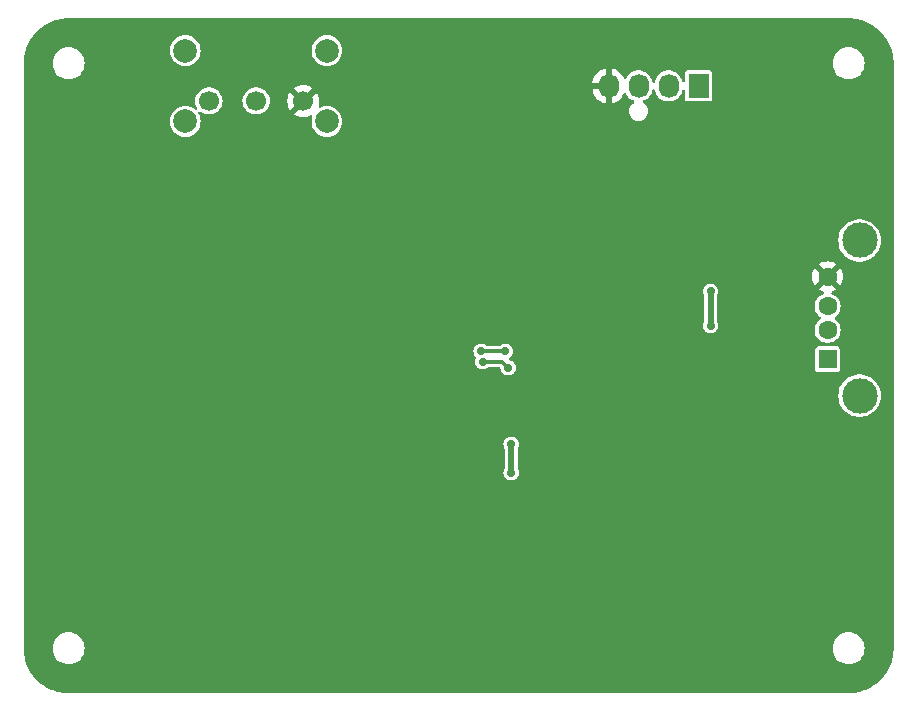
<source format=gbr>
%TF.GenerationSoftware,KiCad,Pcbnew,7.0.10*%
%TF.CreationDate,2024-01-12T17:51:54+01:00*%
%TF.ProjectId,LightDudu4Lila,4c696768-7444-4756-9475-344c696c612e,rev?*%
%TF.SameCoordinates,Original*%
%TF.FileFunction,Copper,L2,Bot*%
%TF.FilePolarity,Positive*%
%FSLAX46Y46*%
G04 Gerber Fmt 4.6, Leading zero omitted, Abs format (unit mm)*
G04 Created by KiCad (PCBNEW 7.0.10) date 2024-01-12 17:51:54*
%MOMM*%
%LPD*%
G01*
G04 APERTURE LIST*
%TA.AperFunction,ComponentPad*%
%ADD10C,2.000000*%
%TD*%
%TA.AperFunction,ComponentPad*%
%ADD11C,1.700000*%
%TD*%
%TA.AperFunction,ComponentPad*%
%ADD12R,1.500000X1.600000*%
%TD*%
%TA.AperFunction,ComponentPad*%
%ADD13C,1.600000*%
%TD*%
%TA.AperFunction,ComponentPad*%
%ADD14C,3.000000*%
%TD*%
%TA.AperFunction,ComponentPad*%
%ADD15R,1.730000X2.030000*%
%TD*%
%TA.AperFunction,ComponentPad*%
%ADD16O,1.730000X2.030000*%
%TD*%
%TA.AperFunction,ViaPad*%
%ADD17C,0.700000*%
%TD*%
%TA.AperFunction,Conductor*%
%ADD18C,0.500000*%
%TD*%
%TA.AperFunction,Conductor*%
%ADD19C,0.300000*%
%TD*%
G04 APERTURE END LIST*
D10*
%TO.P,SW1,*%
%TO.N,*%
X85375000Y-62075000D03*
X85375000Y-56075000D03*
X73375000Y-62075000D03*
X73375000Y-56075000D03*
D11*
%TO.P,SW1,1,A*%
%TO.N,GND*%
X83375000Y-60325000D03*
%TO.P,SW1,2,B*%
%TO.N,/SW_BOOT0*%
X79375000Y-60325000D03*
%TO.P,SW1,3,C*%
%TO.N,+3.3V*%
X75375000Y-60325000D03*
%TD*%
D12*
%TO.P,J1,1,VBUS*%
%TO.N,VBUS*%
X127762000Y-82224000D03*
D13*
%TO.P,J1,2,D-*%
%TO.N,/USB-*%
X127762000Y-79724000D03*
%TO.P,J1,3,D+*%
%TO.N,/USB+*%
X127762000Y-77724000D03*
%TO.P,J1,4,GND*%
%TO.N,GND*%
X127762000Y-75224000D03*
D14*
%TO.P,J1,5,Shield*%
%TO.N,unconnected-(J1-Shield-Pad5)*%
X130472000Y-85294000D03*
X130472000Y-72154000D03*
%TD*%
D15*
%TO.P,J2,1,Pin_1*%
%TO.N,+3.3V*%
X116840000Y-59055000D03*
D16*
%TO.P,J2,2,Pin_2*%
%TO.N,/SWDIO*%
X114300000Y-59055000D03*
%TO.P,J2,3,Pin_3*%
%TO.N,/SWCLK*%
X111760000Y-59055000D03*
%TO.P,J2,4,Pin_4*%
%TO.N,GND*%
X109220000Y-59055000D03*
%TD*%
D17*
%TO.N,+3.3V*%
X117856000Y-76454000D03*
X117856000Y-79375000D03*
X100965000Y-91821000D03*
X100965000Y-89408000D03*
%TO.N,/NRST*%
X98552280Y-82424957D03*
X100711000Y-82931000D03*
%TO.N,GND*%
X109201630Y-76556438D03*
X123190000Y-86487000D03*
X108331000Y-86868000D03*
X121793000Y-72517000D03*
X123190000Y-85344000D03*
X92329000Y-84455000D03*
X123444000Y-87757000D03*
X95631000Y-80518000D03*
X70739000Y-87122000D03*
X124460000Y-87757000D03*
X76200000Y-98679000D03*
X88900000Y-60325000D03*
X104013000Y-76327000D03*
X103505000Y-59055000D03*
X108585000Y-81407000D03*
X73787000Y-75692000D03*
X99695000Y-73914000D03*
X95631000Y-85090000D03*
X106934000Y-98552000D03*
X95885000Y-86106000D03*
X95758000Y-76327000D03*
X127127000Y-91440000D03*
X103759000Y-79883000D03*
X116967000Y-85725000D03*
%TO.N,/SENS_AN_SIGNAL*%
X100457000Y-81534000D03*
X98425000Y-81534000D03*
%TD*%
D18*
%TO.N,+3.3V*%
X100965000Y-91821000D02*
X100965000Y-89408000D01*
X117856000Y-79375000D02*
X117856000Y-76454000D01*
D19*
%TO.N,/NRST*%
X98552280Y-82424957D02*
X100204957Y-82424957D01*
X100204957Y-82424957D02*
X100711000Y-82931000D01*
%TO.N,/SENS_AN_SIGNAL*%
X100457000Y-81534000D02*
X98425000Y-81534000D01*
%TD*%
%TA.AperFunction,Conductor*%
%TO.N,GND*%
G36*
X129543032Y-53340649D02*
G01*
X129545828Y-53340786D01*
X129692663Y-53347999D01*
X129915097Y-53359658D01*
X129926757Y-53360825D01*
X130102923Y-53386957D01*
X130103840Y-53387098D01*
X130297424Y-53417758D01*
X130308111Y-53419938D01*
X130485944Y-53464483D01*
X130487696Y-53464938D01*
X130671842Y-53514279D01*
X130681513Y-53517301D01*
X130856097Y-53579768D01*
X130858743Y-53580748D01*
X131034560Y-53648238D01*
X131043091Y-53651886D01*
X131211811Y-53731685D01*
X131214954Y-53733228D01*
X131381803Y-53818242D01*
X131389239Y-53822359D01*
X131549823Y-53918610D01*
X131553530Y-53920923D01*
X131710016Y-54022546D01*
X131716337Y-54026937D01*
X131866991Y-54138669D01*
X131871161Y-54141901D01*
X132015861Y-54259077D01*
X132021098Y-54263565D01*
X132160185Y-54389626D01*
X132164593Y-54393823D01*
X132296175Y-54525405D01*
X132300372Y-54529813D01*
X132426433Y-54668900D01*
X132430921Y-54674137D01*
X132548097Y-54818837D01*
X132551329Y-54823007D01*
X132663061Y-54973661D01*
X132667458Y-54979991D01*
X132769057Y-55136439D01*
X132771406Y-55140204D01*
X132867634Y-55300751D01*
X132871761Y-55308205D01*
X132956750Y-55475005D01*
X132958341Y-55478245D01*
X133029408Y-55628502D01*
X133038097Y-55646873D01*
X133041766Y-55655453D01*
X133109243Y-55831238D01*
X133110230Y-55833901D01*
X133172697Y-56008485D01*
X133175721Y-56018165D01*
X133225033Y-56202198D01*
X133225542Y-56204162D01*
X133270055Y-56381866D01*
X133272244Y-56392598D01*
X133302874Y-56585991D01*
X133303059Y-56587194D01*
X133329170Y-56763220D01*
X133330342Y-56774925D01*
X133341993Y-56997222D01*
X133342014Y-56997627D01*
X133349351Y-57146967D01*
X133349500Y-57153052D01*
X133349500Y-106676947D01*
X133349351Y-106683032D01*
X133342017Y-106832303D01*
X133341996Y-106832708D01*
X133330342Y-107055073D01*
X133329170Y-107066778D01*
X133303059Y-107242804D01*
X133302874Y-107244007D01*
X133272244Y-107437400D01*
X133270055Y-107448132D01*
X133225542Y-107625836D01*
X133225033Y-107627800D01*
X133175721Y-107811833D01*
X133172697Y-107821513D01*
X133110230Y-107996097D01*
X133109243Y-107998760D01*
X133041766Y-108174545D01*
X133038097Y-108183125D01*
X132958360Y-108351715D01*
X132956750Y-108354993D01*
X132871761Y-108521793D01*
X132867634Y-108529247D01*
X132771406Y-108689794D01*
X132769043Y-108693581D01*
X132667458Y-108850007D01*
X132663061Y-108856337D01*
X132551329Y-109006991D01*
X132548097Y-109011161D01*
X132430921Y-109155861D01*
X132426433Y-109161098D01*
X132300372Y-109300185D01*
X132296175Y-109304593D01*
X132164593Y-109436175D01*
X132160185Y-109440372D01*
X132021098Y-109566433D01*
X132015861Y-109570921D01*
X131871161Y-109688097D01*
X131866991Y-109691329D01*
X131716337Y-109803061D01*
X131710007Y-109807458D01*
X131553581Y-109909043D01*
X131549794Y-109911406D01*
X131389247Y-110007634D01*
X131381793Y-110011761D01*
X131214993Y-110096750D01*
X131211715Y-110098360D01*
X131043125Y-110178097D01*
X131034545Y-110181766D01*
X130858760Y-110249243D01*
X130856097Y-110250230D01*
X130681513Y-110312697D01*
X130671833Y-110315721D01*
X130487800Y-110365033D01*
X130485836Y-110365542D01*
X130308132Y-110410055D01*
X130297400Y-110412244D01*
X130104007Y-110442874D01*
X130102804Y-110443059D01*
X129926778Y-110469170D01*
X129915073Y-110470342D01*
X129692708Y-110481996D01*
X129692303Y-110482017D01*
X129543033Y-110489351D01*
X129536948Y-110489500D01*
X63503052Y-110489500D01*
X63496967Y-110489351D01*
X63347695Y-110482017D01*
X63347290Y-110481996D01*
X63124925Y-110470342D01*
X63113220Y-110469170D01*
X62937194Y-110443059D01*
X62935991Y-110442874D01*
X62742598Y-110412244D01*
X62731866Y-110410055D01*
X62554162Y-110365542D01*
X62552198Y-110365033D01*
X62368165Y-110315721D01*
X62358485Y-110312697D01*
X62183901Y-110250230D01*
X62181238Y-110249243D01*
X62005453Y-110181766D01*
X61996883Y-110178101D01*
X61828245Y-110098341D01*
X61825005Y-110096750D01*
X61658205Y-110011761D01*
X61650751Y-110007634D01*
X61490204Y-109911406D01*
X61486439Y-109909057D01*
X61329991Y-109807458D01*
X61323661Y-109803061D01*
X61173007Y-109691329D01*
X61168837Y-109688097D01*
X61024137Y-109570921D01*
X61018900Y-109566433D01*
X60879813Y-109440372D01*
X60875405Y-109436175D01*
X60743823Y-109304593D01*
X60739626Y-109300185D01*
X60613565Y-109161098D01*
X60609077Y-109155861D01*
X60491901Y-109011161D01*
X60488669Y-109006991D01*
X60376937Y-108856337D01*
X60372540Y-108850007D01*
X60270923Y-108693530D01*
X60268610Y-108689823D01*
X60172359Y-108529239D01*
X60168237Y-108521793D01*
X60083228Y-108354954D01*
X60081685Y-108351811D01*
X60001886Y-108183091D01*
X59998238Y-108174560D01*
X59930748Y-107998743D01*
X59929768Y-107996097D01*
X59867301Y-107821513D01*
X59864277Y-107811833D01*
X59839267Y-107718494D01*
X59814938Y-107627696D01*
X59814483Y-107625944D01*
X59769938Y-107448111D01*
X59767758Y-107437424D01*
X59737098Y-107243840D01*
X59736957Y-107242923D01*
X59710825Y-107066757D01*
X59709658Y-107055097D01*
X59697999Y-106832663D01*
X59690649Y-106683032D01*
X59690575Y-106680000D01*
X62144341Y-106680000D01*
X62164936Y-106915403D01*
X62164938Y-106915413D01*
X62226094Y-107143655D01*
X62226096Y-107143659D01*
X62226097Y-107143663D01*
X62270923Y-107239791D01*
X62325964Y-107357828D01*
X62325965Y-107357830D01*
X62461505Y-107551402D01*
X62628597Y-107718494D01*
X62822169Y-107854034D01*
X62822171Y-107854035D01*
X63036337Y-107953903D01*
X63036343Y-107953904D01*
X63036344Y-107953905D01*
X63091285Y-107968626D01*
X63264592Y-108015063D01*
X63441032Y-108030499D01*
X63441033Y-108030500D01*
X63441034Y-108030500D01*
X63558967Y-108030500D01*
X63558967Y-108030499D01*
X63735408Y-108015063D01*
X63963663Y-107953903D01*
X64177829Y-107854035D01*
X64371401Y-107718495D01*
X64538495Y-107551401D01*
X64674035Y-107357830D01*
X64773903Y-107143663D01*
X64835063Y-106915408D01*
X64855659Y-106680000D01*
X128184341Y-106680000D01*
X128204936Y-106915403D01*
X128204938Y-106915413D01*
X128266094Y-107143655D01*
X128266096Y-107143659D01*
X128266097Y-107143663D01*
X128310923Y-107239791D01*
X128365964Y-107357828D01*
X128365965Y-107357830D01*
X128501505Y-107551402D01*
X128668597Y-107718494D01*
X128862169Y-107854034D01*
X128862171Y-107854035D01*
X129076337Y-107953903D01*
X129076343Y-107953904D01*
X129076344Y-107953905D01*
X129131285Y-107968626D01*
X129304592Y-108015063D01*
X129481032Y-108030499D01*
X129481033Y-108030500D01*
X129481034Y-108030500D01*
X129598967Y-108030500D01*
X129598967Y-108030499D01*
X129775408Y-108015063D01*
X130003663Y-107953903D01*
X130217829Y-107854035D01*
X130411401Y-107718495D01*
X130578495Y-107551401D01*
X130714035Y-107357830D01*
X130813903Y-107143663D01*
X130875063Y-106915408D01*
X130895659Y-106680000D01*
X130875063Y-106444592D01*
X130813903Y-106216337D01*
X130714035Y-106002171D01*
X130714034Y-106002169D01*
X130578494Y-105808597D01*
X130411402Y-105641505D01*
X130217830Y-105505965D01*
X130217828Y-105505964D01*
X130110746Y-105456031D01*
X130003663Y-105406097D01*
X130003659Y-105406096D01*
X130003655Y-105406094D01*
X129775413Y-105344938D01*
X129775403Y-105344936D01*
X129598967Y-105329500D01*
X129598966Y-105329500D01*
X129481034Y-105329500D01*
X129481033Y-105329500D01*
X129304596Y-105344936D01*
X129304586Y-105344938D01*
X129076344Y-105406094D01*
X129076335Y-105406098D01*
X128862171Y-105505964D01*
X128862169Y-105505965D01*
X128668597Y-105641505D01*
X128501506Y-105808597D01*
X128501501Y-105808604D01*
X128365967Y-106002165D01*
X128365965Y-106002169D01*
X128266098Y-106216335D01*
X128266094Y-106216344D01*
X128204938Y-106444586D01*
X128204936Y-106444596D01*
X128184341Y-106679999D01*
X128184341Y-106680000D01*
X64855659Y-106680000D01*
X64835063Y-106444592D01*
X64773903Y-106216337D01*
X64674035Y-106002171D01*
X64674034Y-106002169D01*
X64538494Y-105808597D01*
X64371402Y-105641505D01*
X64177830Y-105505965D01*
X64177828Y-105505964D01*
X64070746Y-105456031D01*
X63963663Y-105406097D01*
X63963659Y-105406096D01*
X63963655Y-105406094D01*
X63735413Y-105344938D01*
X63735403Y-105344936D01*
X63558967Y-105329500D01*
X63558966Y-105329500D01*
X63441034Y-105329500D01*
X63441033Y-105329500D01*
X63264596Y-105344936D01*
X63264586Y-105344938D01*
X63036344Y-105406094D01*
X63036335Y-105406098D01*
X62822171Y-105505964D01*
X62822169Y-105505965D01*
X62628597Y-105641505D01*
X62461506Y-105808597D01*
X62461501Y-105808604D01*
X62325967Y-106002165D01*
X62325965Y-106002169D01*
X62226098Y-106216335D01*
X62226094Y-106216344D01*
X62164938Y-106444586D01*
X62164936Y-106444596D01*
X62144341Y-106679999D01*
X62144341Y-106680000D01*
X59690575Y-106680000D01*
X59690500Y-106676949D01*
X59690500Y-91821000D01*
X100309722Y-91821000D01*
X100328762Y-91977818D01*
X100384780Y-92125523D01*
X100474517Y-92255530D01*
X100592760Y-92360283D01*
X100592762Y-92360284D01*
X100732634Y-92433696D01*
X100886014Y-92471500D01*
X100886015Y-92471500D01*
X101043985Y-92471500D01*
X101197365Y-92433696D01*
X101337240Y-92360283D01*
X101455483Y-92255530D01*
X101545220Y-92125523D01*
X101601237Y-91977818D01*
X101620278Y-91821000D01*
X101601237Y-91664182D01*
X101545220Y-91516477D01*
X101537448Y-91505217D01*
X101515567Y-91438862D01*
X101515500Y-91434780D01*
X101515500Y-89794219D01*
X101535185Y-89727180D01*
X101537434Y-89723802D01*
X101545220Y-89712523D01*
X101601237Y-89564818D01*
X101620278Y-89408000D01*
X101601237Y-89251182D01*
X101545220Y-89103477D01*
X101455483Y-88973470D01*
X101337240Y-88868717D01*
X101337238Y-88868716D01*
X101337237Y-88868715D01*
X101197365Y-88795303D01*
X101043986Y-88757500D01*
X101043985Y-88757500D01*
X100886015Y-88757500D01*
X100886014Y-88757500D01*
X100732634Y-88795303D01*
X100592762Y-88868715D01*
X100474516Y-88973471D01*
X100384781Y-89103475D01*
X100384780Y-89103476D01*
X100328762Y-89251181D01*
X100309722Y-89407999D01*
X100309722Y-89408000D01*
X100328762Y-89564818D01*
X100384780Y-89712523D01*
X100392548Y-89723777D01*
X100414433Y-89790130D01*
X100414500Y-89794219D01*
X100414500Y-91434780D01*
X100394815Y-91501819D01*
X100392552Y-91505217D01*
X100384780Y-91516476D01*
X100328762Y-91664181D01*
X100309722Y-91820999D01*
X100309722Y-91821000D01*
X59690500Y-91821000D01*
X59690500Y-85294004D01*
X128666451Y-85294004D01*
X128686616Y-85563101D01*
X128746664Y-85826188D01*
X128746666Y-85826195D01*
X128845257Y-86077398D01*
X128980185Y-86311102D01*
X129116080Y-86481509D01*
X129148442Y-86522089D01*
X129335183Y-86695358D01*
X129346259Y-86705635D01*
X129569226Y-86857651D01*
X129812359Y-86974738D01*
X130070228Y-87054280D01*
X130070229Y-87054280D01*
X130070232Y-87054281D01*
X130337063Y-87094499D01*
X130337068Y-87094499D01*
X130337071Y-87094500D01*
X130337072Y-87094500D01*
X130606928Y-87094500D01*
X130606929Y-87094500D01*
X130606936Y-87094499D01*
X130873767Y-87054281D01*
X130873768Y-87054280D01*
X130873772Y-87054280D01*
X131131641Y-86974738D01*
X131374775Y-86857651D01*
X131597741Y-86705635D01*
X131795561Y-86522085D01*
X131963815Y-86311102D01*
X132098743Y-86077398D01*
X132197334Y-85826195D01*
X132257383Y-85563103D01*
X132277549Y-85294000D01*
X132257383Y-85024897D01*
X132197334Y-84761805D01*
X132098743Y-84510602D01*
X131963815Y-84276898D01*
X131795561Y-84065915D01*
X131795560Y-84065914D01*
X131795557Y-84065910D01*
X131597741Y-83882365D01*
X131374775Y-83730349D01*
X131374769Y-83730346D01*
X131374768Y-83730345D01*
X131374767Y-83730344D01*
X131131643Y-83613263D01*
X131131645Y-83613263D01*
X130873773Y-83533720D01*
X130873767Y-83533718D01*
X130606936Y-83493500D01*
X130606929Y-83493500D01*
X130337071Y-83493500D01*
X130337063Y-83493500D01*
X130070232Y-83533718D01*
X130070226Y-83533720D01*
X129812358Y-83613262D01*
X129569230Y-83730346D01*
X129346258Y-83882365D01*
X129148442Y-84065910D01*
X128980185Y-84276898D01*
X128845258Y-84510599D01*
X128845256Y-84510603D01*
X128746666Y-84761804D01*
X128746664Y-84761811D01*
X128686616Y-85024898D01*
X128666451Y-85293995D01*
X128666451Y-85294004D01*
X59690500Y-85294004D01*
X59690500Y-81534000D01*
X97769722Y-81534000D01*
X97788762Y-81690818D01*
X97844780Y-81838523D01*
X97934517Y-81968530D01*
X97941849Y-81975026D01*
X97978975Y-82034214D01*
X97978208Y-82104080D01*
X97974417Y-82113306D01*
X97974720Y-82113421D01*
X97916042Y-82268138D01*
X97897002Y-82424956D01*
X97897002Y-82424957D01*
X97916042Y-82581775D01*
X97972060Y-82729480D01*
X98061797Y-82859487D01*
X98180040Y-82964240D01*
X98180042Y-82964241D01*
X98319914Y-83037653D01*
X98473294Y-83075457D01*
X98473295Y-83075457D01*
X98631265Y-83075457D01*
X98784645Y-83037653D01*
X98924520Y-82964240D01*
X98989536Y-82906640D01*
X99052770Y-82876920D01*
X99071763Y-82875457D01*
X99939123Y-82875457D01*
X100006162Y-82895142D01*
X100051917Y-82947946D01*
X100062219Y-82984510D01*
X100074763Y-83087819D01*
X100077104Y-83093991D01*
X100130780Y-83235523D01*
X100220517Y-83365530D01*
X100338760Y-83470283D01*
X100338762Y-83470284D01*
X100478634Y-83543696D01*
X100632014Y-83581500D01*
X100632015Y-83581500D01*
X100789985Y-83581500D01*
X100943365Y-83543696D01*
X101039004Y-83493500D01*
X101083240Y-83470283D01*
X101201483Y-83365530D01*
X101291220Y-83235523D01*
X101347237Y-83087818D01*
X101349539Y-83068856D01*
X126711500Y-83068856D01*
X126711502Y-83068882D01*
X126714413Y-83093987D01*
X126714415Y-83093991D01*
X126759793Y-83196764D01*
X126759794Y-83196765D01*
X126839235Y-83276206D01*
X126942009Y-83321585D01*
X126967135Y-83324500D01*
X128556864Y-83324499D01*
X128556879Y-83324497D01*
X128556882Y-83324497D01*
X128581987Y-83321586D01*
X128581988Y-83321585D01*
X128581991Y-83321585D01*
X128684765Y-83276206D01*
X128764206Y-83196765D01*
X128809585Y-83093991D01*
X128812500Y-83068865D01*
X128812499Y-81379136D01*
X128812497Y-81379117D01*
X128809586Y-81354012D01*
X128809585Y-81354010D01*
X128809585Y-81354009D01*
X128764206Y-81251235D01*
X128684765Y-81171794D01*
X128684763Y-81171793D01*
X128581992Y-81126415D01*
X128556865Y-81123500D01*
X126967143Y-81123500D01*
X126967117Y-81123502D01*
X126942012Y-81126413D01*
X126942008Y-81126415D01*
X126839235Y-81171793D01*
X126759794Y-81251234D01*
X126714415Y-81354006D01*
X126714415Y-81354008D01*
X126711500Y-81379131D01*
X126711500Y-83068856D01*
X101349539Y-83068856D01*
X101366278Y-82931000D01*
X101347237Y-82774182D01*
X101291220Y-82626477D01*
X101201483Y-82496470D01*
X101083240Y-82391717D01*
X101083238Y-82391716D01*
X101083237Y-82391715D01*
X100943366Y-82318304D01*
X100865208Y-82299040D01*
X100804827Y-82263884D01*
X100773039Y-82201664D01*
X100779935Y-82132136D01*
X100823326Y-82077373D01*
X100824450Y-82076588D01*
X100829226Y-82073290D01*
X100829240Y-82073283D01*
X100947483Y-81968530D01*
X101037220Y-81838523D01*
X101093237Y-81690818D01*
X101112278Y-81534000D01*
X101093237Y-81377182D01*
X101084448Y-81354008D01*
X101071992Y-81321164D01*
X101037220Y-81229477D01*
X100947483Y-81099470D01*
X100829240Y-80994717D01*
X100829238Y-80994716D01*
X100829237Y-80994715D01*
X100689365Y-80921303D01*
X100535986Y-80883500D01*
X100535985Y-80883500D01*
X100378015Y-80883500D01*
X100378014Y-80883500D01*
X100224634Y-80921303D01*
X100084762Y-80994715D01*
X100019744Y-81052316D01*
X99956510Y-81082037D01*
X99937517Y-81083500D01*
X98944483Y-81083500D01*
X98877444Y-81063815D01*
X98862256Y-81052316D01*
X98797240Y-80994717D01*
X98797238Y-80994716D01*
X98797237Y-80994715D01*
X98657365Y-80921303D01*
X98503986Y-80883500D01*
X98503985Y-80883500D01*
X98346015Y-80883500D01*
X98346014Y-80883500D01*
X98192634Y-80921303D01*
X98052762Y-80994715D01*
X97934516Y-81099471D01*
X97844781Y-81229475D01*
X97844780Y-81229476D01*
X97788762Y-81377181D01*
X97769722Y-81533999D01*
X97769722Y-81534000D01*
X59690500Y-81534000D01*
X59690500Y-79375000D01*
X117200722Y-79375000D01*
X117219762Y-79531818D01*
X117275780Y-79679523D01*
X117365517Y-79809530D01*
X117483760Y-79914283D01*
X117483762Y-79914284D01*
X117623634Y-79987696D01*
X117777014Y-80025500D01*
X117777015Y-80025500D01*
X117934985Y-80025500D01*
X118088365Y-79987696D01*
X118228240Y-79914283D01*
X118346483Y-79809530D01*
X118436220Y-79679523D01*
X118492237Y-79531818D01*
X118511278Y-79375000D01*
X118492237Y-79218182D01*
X118436220Y-79070477D01*
X118428448Y-79059217D01*
X118406567Y-78992862D01*
X118406500Y-78988780D01*
X118406500Y-76840219D01*
X118426185Y-76773180D01*
X118428434Y-76769802D01*
X118436220Y-76758523D01*
X118492237Y-76610818D01*
X118511278Y-76454000D01*
X118499153Y-76354136D01*
X118492237Y-76297181D01*
X118470992Y-76241164D01*
X118436220Y-76149477D01*
X118346483Y-76019470D01*
X118228240Y-75914717D01*
X118228238Y-75914716D01*
X118228237Y-75914715D01*
X118088365Y-75841303D01*
X117934986Y-75803500D01*
X117934985Y-75803500D01*
X117777015Y-75803500D01*
X117777014Y-75803500D01*
X117623634Y-75841303D01*
X117483762Y-75914715D01*
X117365516Y-76019471D01*
X117275781Y-76149475D01*
X117275780Y-76149476D01*
X117219762Y-76297181D01*
X117200722Y-76453999D01*
X117200722Y-76454000D01*
X117219762Y-76610818D01*
X117266727Y-76734652D01*
X117275780Y-76758523D01*
X117283548Y-76769777D01*
X117305433Y-76836130D01*
X117305500Y-76840219D01*
X117305500Y-78988780D01*
X117285815Y-79055819D01*
X117283552Y-79059217D01*
X117275780Y-79070476D01*
X117219762Y-79218181D01*
X117200722Y-79374999D01*
X117200722Y-79375000D01*
X59690500Y-79375000D01*
X59690500Y-75224002D01*
X126457034Y-75224002D01*
X126476858Y-75450599D01*
X126476860Y-75450610D01*
X126535730Y-75670317D01*
X126535735Y-75670331D01*
X126631863Y-75876478D01*
X126682974Y-75949472D01*
X127299064Y-75333382D01*
X127325481Y-75423351D01*
X127399327Y-75538258D01*
X127502555Y-75627705D01*
X127626801Y-75684446D01*
X127651548Y-75688004D01*
X127036526Y-76303025D01*
X127109513Y-76354132D01*
X127109521Y-76354136D01*
X127315668Y-76450264D01*
X127315682Y-76450269D01*
X127355533Y-76460947D01*
X127415193Y-76497312D01*
X127445723Y-76560158D01*
X127437429Y-76629534D01*
X127392944Y-76683412D01*
X127368234Y-76696348D01*
X127269373Y-76734647D01*
X127269357Y-76734655D01*
X127095960Y-76842017D01*
X127095958Y-76842019D01*
X126945237Y-76979418D01*
X126822327Y-77142178D01*
X126731422Y-77324739D01*
X126731417Y-77324752D01*
X126675602Y-77520917D01*
X126656785Y-77723999D01*
X126656785Y-77724000D01*
X126675602Y-77927082D01*
X126731417Y-78123247D01*
X126731422Y-78123260D01*
X126822327Y-78305821D01*
X126945237Y-78468581D01*
X127074898Y-78586782D01*
X127095959Y-78605981D01*
X127116294Y-78618572D01*
X127116296Y-78618573D01*
X127162931Y-78670601D01*
X127174035Y-78739583D01*
X127146082Y-78803617D01*
X127116296Y-78829427D01*
X127095957Y-78842020D01*
X126945237Y-78979418D01*
X126822327Y-79142178D01*
X126731422Y-79324739D01*
X126731417Y-79324752D01*
X126675602Y-79520917D01*
X126656785Y-79723999D01*
X126656785Y-79724000D01*
X126675602Y-79927082D01*
X126731417Y-80123247D01*
X126731422Y-80123260D01*
X126822327Y-80305821D01*
X126945237Y-80468581D01*
X127095958Y-80605980D01*
X127095960Y-80605982D01*
X127195141Y-80667392D01*
X127269363Y-80713348D01*
X127459544Y-80787024D01*
X127660024Y-80824500D01*
X127660026Y-80824500D01*
X127863974Y-80824500D01*
X127863976Y-80824500D01*
X128064456Y-80787024D01*
X128254637Y-80713348D01*
X128428041Y-80605981D01*
X128578764Y-80468579D01*
X128701673Y-80305821D01*
X128792582Y-80123250D01*
X128848397Y-79927083D01*
X128867215Y-79724000D01*
X128848397Y-79520917D01*
X128792582Y-79324750D01*
X128701673Y-79142179D01*
X128578764Y-78979421D01*
X128578762Y-78979418D01*
X128428042Y-78842019D01*
X128416723Y-78835011D01*
X128407704Y-78829426D01*
X128361069Y-78777401D01*
X128349964Y-78708419D01*
X128377916Y-78644385D01*
X128407703Y-78618573D01*
X128428041Y-78605981D01*
X128578764Y-78468579D01*
X128701673Y-78305821D01*
X128792582Y-78123250D01*
X128848397Y-77927083D01*
X128867215Y-77724000D01*
X128848397Y-77520917D01*
X128792582Y-77324750D01*
X128701673Y-77142179D01*
X128578764Y-76979421D01*
X128578762Y-76979418D01*
X128428041Y-76842019D01*
X128428039Y-76842017D01*
X128254642Y-76734655D01*
X128254635Y-76734651D01*
X128155765Y-76696349D01*
X128100363Y-76653776D01*
X128076773Y-76588009D01*
X128092484Y-76519928D01*
X128142508Y-76471150D01*
X128168467Y-76460947D01*
X128208315Y-76450270D01*
X128208331Y-76450264D01*
X128414478Y-76354136D01*
X128487471Y-76303024D01*
X127872451Y-75688004D01*
X127897199Y-75684446D01*
X128021445Y-75627705D01*
X128124673Y-75538258D01*
X128198519Y-75423351D01*
X128224935Y-75333382D01*
X128841024Y-75949471D01*
X128892136Y-75876478D01*
X128988264Y-75670331D01*
X128988269Y-75670317D01*
X129047139Y-75450610D01*
X129047141Y-75450599D01*
X129066966Y-75224002D01*
X129066966Y-75223997D01*
X129047141Y-74997400D01*
X129047139Y-74997389D01*
X128988269Y-74777682D01*
X128988264Y-74777668D01*
X128892136Y-74571521D01*
X128892132Y-74571513D01*
X128841025Y-74498526D01*
X128224935Y-75114616D01*
X128198519Y-75024649D01*
X128124673Y-74909742D01*
X128021445Y-74820295D01*
X127897199Y-74763554D01*
X127872451Y-74759995D01*
X128487472Y-74144974D01*
X128414478Y-74093863D01*
X128208331Y-73997735D01*
X128208317Y-73997730D01*
X127988610Y-73938860D01*
X127988599Y-73938858D01*
X127762002Y-73919034D01*
X127761998Y-73919034D01*
X127535400Y-73938858D01*
X127535389Y-73938860D01*
X127315682Y-73997730D01*
X127315673Y-73997734D01*
X127109516Y-74093866D01*
X127109512Y-74093868D01*
X127036526Y-74144973D01*
X127036526Y-74144974D01*
X127651548Y-74759995D01*
X127626801Y-74763554D01*
X127502555Y-74820295D01*
X127399327Y-74909742D01*
X127325481Y-75024649D01*
X127299064Y-75114616D01*
X126682974Y-74498526D01*
X126682973Y-74498526D01*
X126631868Y-74571512D01*
X126631866Y-74571516D01*
X126535734Y-74777673D01*
X126535730Y-74777682D01*
X126476860Y-74997389D01*
X126476858Y-74997400D01*
X126457034Y-75223997D01*
X126457034Y-75224002D01*
X59690500Y-75224002D01*
X59690500Y-72154004D01*
X128666451Y-72154004D01*
X128686616Y-72423101D01*
X128746664Y-72686188D01*
X128746666Y-72686195D01*
X128845257Y-72937398D01*
X128980185Y-73171102D01*
X129116080Y-73341509D01*
X129148442Y-73382089D01*
X129335183Y-73555358D01*
X129346259Y-73565635D01*
X129569226Y-73717651D01*
X129812359Y-73834738D01*
X130070228Y-73914280D01*
X130070229Y-73914280D01*
X130070232Y-73914281D01*
X130337063Y-73954499D01*
X130337068Y-73954499D01*
X130337071Y-73954500D01*
X130337072Y-73954500D01*
X130606928Y-73954500D01*
X130606929Y-73954500D01*
X130606936Y-73954499D01*
X130873767Y-73914281D01*
X130873768Y-73914280D01*
X130873772Y-73914280D01*
X131131641Y-73834738D01*
X131374775Y-73717651D01*
X131597741Y-73565635D01*
X131795561Y-73382085D01*
X131963815Y-73171102D01*
X132098743Y-72937398D01*
X132197334Y-72686195D01*
X132257383Y-72423103D01*
X132277549Y-72154000D01*
X132257383Y-71884897D01*
X132197334Y-71621805D01*
X132098743Y-71370602D01*
X131963815Y-71136898D01*
X131795561Y-70925915D01*
X131795560Y-70925914D01*
X131795557Y-70925910D01*
X131597741Y-70742365D01*
X131374775Y-70590349D01*
X131374769Y-70590346D01*
X131374768Y-70590345D01*
X131374767Y-70590344D01*
X131131643Y-70473263D01*
X131131645Y-70473263D01*
X130873773Y-70393720D01*
X130873767Y-70393718D01*
X130606936Y-70353500D01*
X130606929Y-70353500D01*
X130337071Y-70353500D01*
X130337063Y-70353500D01*
X130070232Y-70393718D01*
X130070226Y-70393720D01*
X129812358Y-70473262D01*
X129569230Y-70590346D01*
X129346258Y-70742365D01*
X129148442Y-70925910D01*
X128980185Y-71136898D01*
X128845258Y-71370599D01*
X128845256Y-71370603D01*
X128746666Y-71621804D01*
X128746664Y-71621811D01*
X128686616Y-71884898D01*
X128666451Y-72153995D01*
X128666451Y-72154004D01*
X59690500Y-72154004D01*
X59690500Y-62075001D01*
X72069532Y-62075001D01*
X72089364Y-62301686D01*
X72089366Y-62301697D01*
X72148258Y-62521488D01*
X72148261Y-62521497D01*
X72244431Y-62727732D01*
X72244432Y-62727734D01*
X72374954Y-62914141D01*
X72535858Y-63075045D01*
X72535861Y-63075047D01*
X72722266Y-63205568D01*
X72928504Y-63301739D01*
X73148308Y-63360635D01*
X73310230Y-63374801D01*
X73374998Y-63380468D01*
X73375000Y-63380468D01*
X73375002Y-63380468D01*
X73431673Y-63375509D01*
X73601692Y-63360635D01*
X73821496Y-63301739D01*
X74027734Y-63205568D01*
X74214139Y-63075047D01*
X74375047Y-62914139D01*
X74505568Y-62727734D01*
X74601739Y-62521496D01*
X74660635Y-62301692D01*
X74680468Y-62075000D01*
X74660635Y-61848308D01*
X74601739Y-61628504D01*
X74505568Y-61422266D01*
X74501491Y-61416444D01*
X74479166Y-61350242D01*
X74496176Y-61282475D01*
X74547124Y-61234661D01*
X74615833Y-61221983D01*
X74673438Y-61244656D01*
X74673824Y-61244034D01*
X74677256Y-61246159D01*
X74677797Y-61246372D01*
X74678693Y-61247049D01*
X74678698Y-61247052D01*
X74859981Y-61359298D01*
X75058802Y-61436321D01*
X75268390Y-61475500D01*
X75268392Y-61475500D01*
X75481608Y-61475500D01*
X75481610Y-61475500D01*
X75691198Y-61436321D01*
X75890019Y-61359298D01*
X76071302Y-61247052D01*
X76228872Y-61103407D01*
X76357366Y-60933255D01*
X76415176Y-60817156D01*
X76452403Y-60742394D01*
X76452403Y-60742393D01*
X76452405Y-60742389D01*
X76510756Y-60537310D01*
X76530429Y-60325000D01*
X78219571Y-60325000D01*
X78239244Y-60537310D01*
X78289158Y-60712738D01*
X78297596Y-60742392D01*
X78297596Y-60742394D01*
X78392632Y-60933253D01*
X78499640Y-61074953D01*
X78521128Y-61103407D01*
X78678698Y-61247052D01*
X78859981Y-61359298D01*
X79058802Y-61436321D01*
X79268390Y-61475500D01*
X79268392Y-61475500D01*
X79481608Y-61475500D01*
X79481610Y-61475500D01*
X79691198Y-61436321D01*
X79890019Y-61359298D01*
X80071302Y-61247052D01*
X80228872Y-61103407D01*
X80357366Y-60933255D01*
X80415176Y-60817156D01*
X80452403Y-60742394D01*
X80452403Y-60742393D01*
X80452405Y-60742389D01*
X80510756Y-60537310D01*
X80530429Y-60325001D01*
X82019843Y-60325001D01*
X82040430Y-60560315D01*
X82040432Y-60560326D01*
X82101566Y-60788483D01*
X82101570Y-60788492D01*
X82201400Y-61002579D01*
X82201402Y-61002583D01*
X82260072Y-61086373D01*
X82260073Y-61086373D01*
X82930550Y-60415896D01*
X82931327Y-60426265D01*
X82980887Y-60552541D01*
X83065465Y-60658599D01*
X83177547Y-60735016D01*
X83285299Y-60768253D01*
X82613625Y-61439925D01*
X82697421Y-61498599D01*
X82911507Y-61598429D01*
X82911516Y-61598433D01*
X83139673Y-61659567D01*
X83139684Y-61659569D01*
X83374998Y-61680157D01*
X83375002Y-61680157D01*
X83610315Y-61659569D01*
X83610326Y-61659567D01*
X83838483Y-61598433D01*
X83838492Y-61598430D01*
X83960696Y-61541445D01*
X84029773Y-61530953D01*
X84093557Y-61559472D01*
X84131797Y-61617949D01*
X84132876Y-61685920D01*
X84089366Y-61848302D01*
X84089364Y-61848313D01*
X84069532Y-62074998D01*
X84069532Y-62075001D01*
X84089364Y-62301686D01*
X84089366Y-62301697D01*
X84148258Y-62521488D01*
X84148261Y-62521497D01*
X84244431Y-62727732D01*
X84244432Y-62727734D01*
X84374954Y-62914141D01*
X84535858Y-63075045D01*
X84535861Y-63075047D01*
X84722266Y-63205568D01*
X84928504Y-63301739D01*
X85148308Y-63360635D01*
X85310230Y-63374801D01*
X85374998Y-63380468D01*
X85375000Y-63380468D01*
X85375002Y-63380468D01*
X85431673Y-63375509D01*
X85601692Y-63360635D01*
X85821496Y-63301739D01*
X86027734Y-63205568D01*
X86214139Y-63075047D01*
X86375047Y-62914139D01*
X86505568Y-62727734D01*
X86601739Y-62521496D01*
X86660635Y-62301692D01*
X86680468Y-62075000D01*
X86660635Y-61848308D01*
X86601739Y-61628504D01*
X86505568Y-61422266D01*
X86375047Y-61235861D01*
X86375045Y-61235858D01*
X86214141Y-61074954D01*
X86027734Y-60944432D01*
X86027732Y-60944431D01*
X85821497Y-60848261D01*
X85821488Y-60848258D01*
X85601697Y-60789366D01*
X85601693Y-60789365D01*
X85601692Y-60789365D01*
X85601691Y-60789364D01*
X85601686Y-60789364D01*
X85375002Y-60769532D01*
X85374998Y-60769532D01*
X85148313Y-60789364D01*
X85148302Y-60789366D01*
X84928511Y-60848258D01*
X84928506Y-60848260D01*
X84831141Y-60893662D01*
X84762063Y-60904153D01*
X84698280Y-60875633D01*
X84660041Y-60817156D01*
X84658962Y-60749185D01*
X84709568Y-60560322D01*
X84709569Y-60560315D01*
X84730157Y-60325001D01*
X84730157Y-60324998D01*
X84709569Y-60089684D01*
X84709567Y-60089673D01*
X84648433Y-59861516D01*
X84648429Y-59861507D01*
X84548600Y-59647423D01*
X84548599Y-59647421D01*
X84489925Y-59563626D01*
X84489925Y-59563625D01*
X83819449Y-60234101D01*
X83818673Y-60223735D01*
X83769113Y-60097459D01*
X83684535Y-59991401D01*
X83572453Y-59914984D01*
X83464700Y-59881747D01*
X84136373Y-59210073D01*
X84136373Y-59210072D01*
X84052583Y-59151402D01*
X84052579Y-59151400D01*
X83838492Y-59051570D01*
X83838483Y-59051566D01*
X83610326Y-58990432D01*
X83610315Y-58990430D01*
X83375002Y-58969843D01*
X83374998Y-58969843D01*
X83139684Y-58990430D01*
X83139673Y-58990432D01*
X82911516Y-59051566D01*
X82911507Y-59051570D01*
X82697419Y-59151401D01*
X82613625Y-59210072D01*
X83286768Y-59883215D01*
X83240862Y-59890135D01*
X83118643Y-59948993D01*
X83019202Y-60041260D01*
X82951375Y-60158740D01*
X82933500Y-60237053D01*
X82260072Y-59563625D01*
X82201401Y-59647419D01*
X82101570Y-59861507D01*
X82101566Y-59861516D01*
X82040432Y-60089673D01*
X82040430Y-60089684D01*
X82019843Y-60324998D01*
X82019843Y-60325001D01*
X80530429Y-60325001D01*
X80530429Y-60325000D01*
X80510756Y-60112690D01*
X80452405Y-59907611D01*
X80452403Y-59907606D01*
X80452403Y-59907605D01*
X80357367Y-59716746D01*
X80228872Y-59546593D01*
X80200689Y-59520901D01*
X80071302Y-59402948D01*
X79890019Y-59290702D01*
X79890017Y-59290701D01*
X79790608Y-59252190D01*
X79691198Y-59213679D01*
X79481610Y-59174500D01*
X79268390Y-59174500D01*
X79058802Y-59213679D01*
X79058799Y-59213679D01*
X79058799Y-59213680D01*
X78859982Y-59290701D01*
X78859980Y-59290702D01*
X78678699Y-59402947D01*
X78521127Y-59546593D01*
X78392632Y-59716746D01*
X78297596Y-59907605D01*
X78297596Y-59907607D01*
X78239244Y-60112689D01*
X78239043Y-60114864D01*
X78219571Y-60325000D01*
X76530429Y-60325000D01*
X76510756Y-60112690D01*
X76452405Y-59907611D01*
X76452403Y-59907606D01*
X76452403Y-59907605D01*
X76357367Y-59716746D01*
X76228872Y-59546593D01*
X76200689Y-59520901D01*
X76071302Y-59402948D01*
X75890019Y-59290702D01*
X75890017Y-59290701D01*
X75790608Y-59252190D01*
X75691198Y-59213679D01*
X75481610Y-59174500D01*
X75268390Y-59174500D01*
X75058802Y-59213679D01*
X75058799Y-59213679D01*
X75058799Y-59213680D01*
X74859982Y-59290701D01*
X74859980Y-59290702D01*
X74678699Y-59402947D01*
X74521127Y-59546593D01*
X74392632Y-59716746D01*
X74297596Y-59907605D01*
X74297596Y-59907607D01*
X74239244Y-60112689D01*
X74239043Y-60114864D01*
X74219571Y-60325000D01*
X74239244Y-60537310D01*
X74297595Y-60742389D01*
X74358884Y-60865476D01*
X74379111Y-60906097D01*
X74391371Y-60974883D01*
X74364497Y-61039377D01*
X74307021Y-61079105D01*
X74237191Y-61081451D01*
X74196987Y-61062943D01*
X74027734Y-60944432D01*
X74027732Y-60944431D01*
X73821497Y-60848261D01*
X73821488Y-60848258D01*
X73601697Y-60789366D01*
X73601693Y-60789365D01*
X73601692Y-60789365D01*
X73601691Y-60789364D01*
X73601686Y-60789364D01*
X73375002Y-60769532D01*
X73374998Y-60769532D01*
X73148313Y-60789364D01*
X73148302Y-60789366D01*
X72928511Y-60848258D01*
X72928502Y-60848261D01*
X72722267Y-60944431D01*
X72722265Y-60944432D01*
X72535858Y-61074954D01*
X72374954Y-61235858D01*
X72244432Y-61422265D01*
X72244431Y-61422267D01*
X72148261Y-61628502D01*
X72148258Y-61628511D01*
X72089366Y-61848302D01*
X72089364Y-61848313D01*
X72069532Y-62074998D01*
X72069532Y-62075001D01*
X59690500Y-62075001D01*
X59690500Y-58805000D01*
X107855000Y-58805000D01*
X108774428Y-58805000D01*
X108751318Y-58840960D01*
X108710000Y-58981673D01*
X108710000Y-59128327D01*
X108751318Y-59269040D01*
X108774428Y-59305000D01*
X107858576Y-59305000D01*
X107869768Y-59436515D01*
X107928318Y-59661379D01*
X108024023Y-59873104D01*
X108024028Y-59873112D01*
X108154142Y-60065621D01*
X108154144Y-60065624D01*
X108314919Y-60233372D01*
X108314920Y-60233373D01*
X108501728Y-60371537D01*
X108709205Y-60476144D01*
X108709211Y-60476147D01*
X108931387Y-60544187D01*
X108970000Y-60549131D01*
X108970000Y-59501494D01*
X109074839Y-59549373D01*
X109183527Y-59565000D01*
X109256473Y-59565000D01*
X109365161Y-59549373D01*
X109470000Y-59501494D01*
X109470000Y-60547459D01*
X109621148Y-60514885D01*
X109621149Y-60514885D01*
X109836746Y-60428251D01*
X110034610Y-60306422D01*
X110209028Y-60152914D01*
X110209030Y-60152912D01*
X110355002Y-59972131D01*
X110468324Y-59769275D01*
X110483177Y-59727239D01*
X110524070Y-59670586D01*
X110589100Y-59645035D01*
X110657621Y-59658698D01*
X110707877Y-59707238D01*
X110711094Y-59713275D01*
X110764827Y-59821185D01*
X110878299Y-59971447D01*
X110894997Y-59993558D01*
X110895001Y-59993562D01*
X111054619Y-60139073D01*
X111054621Y-60139075D01*
X111238262Y-60252780D01*
X111238264Y-60252781D01*
X111238266Y-60252782D01*
X111347260Y-60295006D01*
X111402660Y-60337577D01*
X111426251Y-60403344D01*
X111410540Y-60471424D01*
X111368438Y-60515625D01*
X111257740Y-60585182D01*
X111257737Y-60585184D01*
X111130184Y-60712737D01*
X111034211Y-60865476D01*
X110974631Y-61035745D01*
X110974630Y-61035750D01*
X110954435Y-61214996D01*
X110954435Y-61215003D01*
X110974630Y-61394249D01*
X110974631Y-61394254D01*
X111034211Y-61564523D01*
X111074418Y-61628511D01*
X111130184Y-61717262D01*
X111257738Y-61844816D01*
X111410478Y-61940789D01*
X111580745Y-62000368D01*
X111580750Y-62000369D01*
X111671246Y-62010565D01*
X111715040Y-62015499D01*
X111715043Y-62015500D01*
X111715046Y-62015500D01*
X111804957Y-62015500D01*
X111804958Y-62015499D01*
X111872104Y-62007934D01*
X111939249Y-62000369D01*
X111939252Y-62000368D01*
X111939255Y-62000368D01*
X112109522Y-61940789D01*
X112262262Y-61844816D01*
X112389816Y-61717262D01*
X112485789Y-61564522D01*
X112545368Y-61394255D01*
X112550327Y-61350242D01*
X112565565Y-61215003D01*
X112565565Y-61214996D01*
X112545369Y-61035750D01*
X112545368Y-61035745D01*
X112485788Y-60865476D01*
X112389815Y-60712737D01*
X112262260Y-60585182D01*
X112151561Y-60515625D01*
X112105271Y-60463291D01*
X112094623Y-60394237D01*
X112122998Y-60330389D01*
X112172737Y-60295007D01*
X112281734Y-60252782D01*
X112465380Y-60139074D01*
X112625005Y-59993556D01*
X112755173Y-59821185D01*
X112851452Y-59627831D01*
X112910563Y-59420078D01*
X112910563Y-59420077D01*
X112910734Y-59419477D01*
X112948013Y-59360383D01*
X113011323Y-59330826D01*
X113080562Y-59340188D01*
X113133749Y-59385498D01*
X113149266Y-59419477D01*
X113208546Y-59627826D01*
X113208552Y-59627841D01*
X113252822Y-59716746D01*
X113304827Y-59821185D01*
X113418299Y-59971447D01*
X113434997Y-59993558D01*
X113435001Y-59993562D01*
X113594619Y-60139073D01*
X113594621Y-60139075D01*
X113778262Y-60252780D01*
X113778263Y-60252780D01*
X113778266Y-60252782D01*
X113979679Y-60330810D01*
X114192001Y-60370500D01*
X114192003Y-60370500D01*
X114407997Y-60370500D01*
X114407999Y-60370500D01*
X114620321Y-60330810D01*
X114821734Y-60252782D01*
X115005380Y-60139074D01*
X115165005Y-59993556D01*
X115295173Y-59821185D01*
X115391452Y-59627831D01*
X115431236Y-59488003D01*
X115468513Y-59428916D01*
X115531822Y-59399358D01*
X115601062Y-59408720D01*
X115654248Y-59454029D01*
X115674496Y-59520901D01*
X115674500Y-59521943D01*
X115674500Y-60114856D01*
X115674502Y-60114882D01*
X115677413Y-60139987D01*
X115677415Y-60139991D01*
X115722793Y-60242764D01*
X115722794Y-60242765D01*
X115802235Y-60322206D01*
X115905009Y-60367585D01*
X115930135Y-60370500D01*
X117749864Y-60370499D01*
X117749879Y-60370497D01*
X117749882Y-60370497D01*
X117774987Y-60367586D01*
X117774988Y-60367585D01*
X117774991Y-60367585D01*
X117877765Y-60322206D01*
X117957206Y-60242765D01*
X118002585Y-60139991D01*
X118005500Y-60114865D01*
X118005499Y-57995136D01*
X118005497Y-57995117D01*
X118002586Y-57970012D01*
X118002585Y-57970010D01*
X118002585Y-57970009D01*
X117957206Y-57867235D01*
X117877765Y-57787794D01*
X117858279Y-57779190D01*
X117774992Y-57742415D01*
X117749865Y-57739500D01*
X115930143Y-57739500D01*
X115930117Y-57739502D01*
X115905012Y-57742413D01*
X115905008Y-57742415D01*
X115802235Y-57787793D01*
X115722794Y-57867234D01*
X115677415Y-57970006D01*
X115677415Y-57970008D01*
X115674500Y-57995131D01*
X115674500Y-58588054D01*
X115654815Y-58655093D01*
X115602011Y-58700848D01*
X115532853Y-58710792D01*
X115469297Y-58681767D01*
X115431523Y-58622989D01*
X115431234Y-58621988D01*
X115391453Y-58482173D01*
X115391452Y-58482169D01*
X115383499Y-58466198D01*
X115344523Y-58387924D01*
X115295173Y-58288815D01*
X115165005Y-58116444D01*
X115165002Y-58116441D01*
X115164998Y-58116437D01*
X115005380Y-57970926D01*
X115005378Y-57970924D01*
X114821737Y-57857219D01*
X114821731Y-57857217D01*
X114620321Y-57779190D01*
X114407999Y-57739500D01*
X114192001Y-57739500D01*
X113979679Y-57779190D01*
X113854130Y-57827828D01*
X113778268Y-57857217D01*
X113778262Y-57857219D01*
X113594621Y-57970924D01*
X113594619Y-57970926D01*
X113435001Y-58116437D01*
X113434997Y-58116441D01*
X113304827Y-58288814D01*
X113208552Y-58482158D01*
X113208547Y-58482171D01*
X113149266Y-58690523D01*
X113111987Y-58749616D01*
X113048677Y-58779173D01*
X112979438Y-58769811D01*
X112926251Y-58724501D01*
X112910734Y-58690523D01*
X112873775Y-58560627D01*
X112851452Y-58482169D01*
X112843499Y-58466198D01*
X112804523Y-58387924D01*
X112755173Y-58288815D01*
X112625005Y-58116444D01*
X112625002Y-58116441D01*
X112624998Y-58116437D01*
X112465380Y-57970926D01*
X112465378Y-57970924D01*
X112281737Y-57857219D01*
X112281731Y-57857217D01*
X112080321Y-57779190D01*
X111867999Y-57739500D01*
X111652001Y-57739500D01*
X111439679Y-57779190D01*
X111314130Y-57827828D01*
X111238268Y-57857217D01*
X111238262Y-57857219D01*
X111054621Y-57970924D01*
X111054619Y-57970926D01*
X110895001Y-58116437D01*
X110894997Y-58116441D01*
X110764828Y-58288812D01*
X110710687Y-58397541D01*
X110663183Y-58448777D01*
X110595520Y-58466198D01*
X110529180Y-58444272D01*
X110486695Y-58393344D01*
X110415976Y-58236895D01*
X110415971Y-58236887D01*
X110285857Y-58044378D01*
X110285855Y-58044375D01*
X110125080Y-57876627D01*
X110125079Y-57876626D01*
X109938271Y-57738462D01*
X109730794Y-57633855D01*
X109730788Y-57633852D01*
X109508615Y-57565812D01*
X109470000Y-57560866D01*
X109470000Y-58608505D01*
X109365161Y-58560627D01*
X109256473Y-58545000D01*
X109183527Y-58545000D01*
X109074839Y-58560627D01*
X108970000Y-58608505D01*
X108970000Y-57562539D01*
X108969999Y-57562539D01*
X108818850Y-57595114D01*
X108818849Y-57595114D01*
X108603253Y-57681748D01*
X108405389Y-57803577D01*
X108230971Y-57957085D01*
X108230969Y-57957087D01*
X108084997Y-58137868D01*
X107971675Y-58340722D01*
X107894271Y-58559798D01*
X107894268Y-58559810D01*
X107855000Y-58788812D01*
X107855000Y-58805000D01*
X59690500Y-58805000D01*
X59690500Y-57153050D01*
X59690575Y-57150000D01*
X62144341Y-57150000D01*
X62164936Y-57385403D01*
X62164938Y-57385413D01*
X62226094Y-57613655D01*
X62226096Y-57613659D01*
X62226097Y-57613663D01*
X62235513Y-57633855D01*
X62325964Y-57827828D01*
X62325965Y-57827830D01*
X62461505Y-58021402D01*
X62628597Y-58188494D01*
X62822169Y-58324034D01*
X62822171Y-58324035D01*
X63036337Y-58423903D01*
X63264592Y-58485063D01*
X63441032Y-58500499D01*
X63441033Y-58500500D01*
X63441034Y-58500500D01*
X63558967Y-58500500D01*
X63558967Y-58500499D01*
X63735408Y-58485063D01*
X63963663Y-58423903D01*
X64177829Y-58324035D01*
X64371401Y-58188495D01*
X64538495Y-58021401D01*
X64674035Y-57827830D01*
X64773903Y-57613663D01*
X64835063Y-57385408D01*
X64855659Y-57150000D01*
X64835063Y-56914592D01*
X64773903Y-56686337D01*
X64674035Y-56472171D01*
X64674034Y-56472169D01*
X64538494Y-56278597D01*
X64371402Y-56111505D01*
X64319269Y-56075001D01*
X72069532Y-56075001D01*
X72089364Y-56301686D01*
X72089366Y-56301697D01*
X72148258Y-56521488D01*
X72148261Y-56521497D01*
X72244431Y-56727732D01*
X72244432Y-56727734D01*
X72374954Y-56914141D01*
X72535858Y-57075045D01*
X72535861Y-57075047D01*
X72722266Y-57205568D01*
X72928504Y-57301739D01*
X73148308Y-57360635D01*
X73310230Y-57374801D01*
X73374998Y-57380468D01*
X73375000Y-57380468D01*
X73375002Y-57380468D01*
X73431673Y-57375509D01*
X73601692Y-57360635D01*
X73821496Y-57301739D01*
X74027734Y-57205568D01*
X74214139Y-57075047D01*
X74375047Y-56914139D01*
X74505568Y-56727734D01*
X74601739Y-56521496D01*
X74660635Y-56301692D01*
X74680468Y-56075001D01*
X84069532Y-56075001D01*
X84089364Y-56301686D01*
X84089366Y-56301697D01*
X84148258Y-56521488D01*
X84148261Y-56521497D01*
X84244431Y-56727732D01*
X84244432Y-56727734D01*
X84374954Y-56914141D01*
X84535858Y-57075045D01*
X84535861Y-57075047D01*
X84722266Y-57205568D01*
X84928504Y-57301739D01*
X85148308Y-57360635D01*
X85310230Y-57374801D01*
X85374998Y-57380468D01*
X85375000Y-57380468D01*
X85375002Y-57380468D01*
X85431673Y-57375509D01*
X85601692Y-57360635D01*
X85821496Y-57301739D01*
X86027734Y-57205568D01*
X86107094Y-57150000D01*
X128184341Y-57150000D01*
X128204936Y-57385403D01*
X128204938Y-57385413D01*
X128266094Y-57613655D01*
X128266096Y-57613659D01*
X128266097Y-57613663D01*
X128275513Y-57633855D01*
X128365964Y-57827828D01*
X128365965Y-57827830D01*
X128501505Y-58021402D01*
X128668597Y-58188494D01*
X128862169Y-58324034D01*
X128862171Y-58324035D01*
X129076337Y-58423903D01*
X129304592Y-58485063D01*
X129481032Y-58500499D01*
X129481033Y-58500500D01*
X129481034Y-58500500D01*
X129598967Y-58500500D01*
X129598967Y-58500499D01*
X129775408Y-58485063D01*
X130003663Y-58423903D01*
X130217829Y-58324035D01*
X130411401Y-58188495D01*
X130578495Y-58021401D01*
X130714035Y-57827830D01*
X130813903Y-57613663D01*
X130875063Y-57385408D01*
X130895659Y-57150000D01*
X130875063Y-56914592D01*
X130813903Y-56686337D01*
X130714035Y-56472171D01*
X130714034Y-56472169D01*
X130578494Y-56278597D01*
X130411402Y-56111505D01*
X130217830Y-55975965D01*
X130217828Y-55975964D01*
X130110746Y-55926031D01*
X130003663Y-55876097D01*
X130003659Y-55876096D01*
X130003655Y-55876094D01*
X129775413Y-55814938D01*
X129775403Y-55814936D01*
X129598967Y-55799500D01*
X129598966Y-55799500D01*
X129481034Y-55799500D01*
X129481033Y-55799500D01*
X129304596Y-55814936D01*
X129304586Y-55814938D01*
X129076344Y-55876094D01*
X129076335Y-55876098D01*
X128862171Y-55975964D01*
X128862169Y-55975965D01*
X128668597Y-56111505D01*
X128501506Y-56278597D01*
X128501501Y-56278604D01*
X128365967Y-56472165D01*
X128365965Y-56472169D01*
X128266098Y-56686335D01*
X128266094Y-56686344D01*
X128204938Y-56914586D01*
X128204936Y-56914596D01*
X128184341Y-57149999D01*
X128184341Y-57150000D01*
X86107094Y-57150000D01*
X86214139Y-57075047D01*
X86375047Y-56914139D01*
X86505568Y-56727734D01*
X86601739Y-56521496D01*
X86660635Y-56301692D01*
X86680468Y-56075000D01*
X86660635Y-55848308D01*
X86601739Y-55628504D01*
X86505568Y-55422266D01*
X86375047Y-55235861D01*
X86375045Y-55235858D01*
X86214141Y-55074954D01*
X86027734Y-54944432D01*
X86027732Y-54944431D01*
X85821497Y-54848261D01*
X85821488Y-54848258D01*
X85601697Y-54789366D01*
X85601693Y-54789365D01*
X85601692Y-54789365D01*
X85601691Y-54789364D01*
X85601686Y-54789364D01*
X85375002Y-54769532D01*
X85374998Y-54769532D01*
X85148313Y-54789364D01*
X85148302Y-54789366D01*
X84928511Y-54848258D01*
X84928502Y-54848261D01*
X84722267Y-54944431D01*
X84722265Y-54944432D01*
X84535858Y-55074954D01*
X84374954Y-55235858D01*
X84244432Y-55422265D01*
X84244431Y-55422267D01*
X84148261Y-55628502D01*
X84148258Y-55628511D01*
X84089366Y-55848302D01*
X84089364Y-55848313D01*
X84069532Y-56074998D01*
X84069532Y-56075001D01*
X74680468Y-56075001D01*
X74680468Y-56075000D01*
X74660635Y-55848308D01*
X74601739Y-55628504D01*
X74505568Y-55422266D01*
X74375047Y-55235861D01*
X74375045Y-55235858D01*
X74214141Y-55074954D01*
X74027734Y-54944432D01*
X74027732Y-54944431D01*
X73821497Y-54848261D01*
X73821488Y-54848258D01*
X73601697Y-54789366D01*
X73601693Y-54789365D01*
X73601692Y-54789365D01*
X73601691Y-54789364D01*
X73601686Y-54789364D01*
X73375002Y-54769532D01*
X73374998Y-54769532D01*
X73148313Y-54789364D01*
X73148302Y-54789366D01*
X72928511Y-54848258D01*
X72928502Y-54848261D01*
X72722267Y-54944431D01*
X72722265Y-54944432D01*
X72535858Y-55074954D01*
X72374954Y-55235858D01*
X72244432Y-55422265D01*
X72244431Y-55422267D01*
X72148261Y-55628502D01*
X72148258Y-55628511D01*
X72089366Y-55848302D01*
X72089364Y-55848313D01*
X72069532Y-56074998D01*
X72069532Y-56075001D01*
X64319269Y-56075001D01*
X64177830Y-55975965D01*
X64177828Y-55975964D01*
X64070746Y-55926031D01*
X63963663Y-55876097D01*
X63963659Y-55876096D01*
X63963655Y-55876094D01*
X63735413Y-55814938D01*
X63735403Y-55814936D01*
X63558967Y-55799500D01*
X63558966Y-55799500D01*
X63441034Y-55799500D01*
X63441033Y-55799500D01*
X63264596Y-55814936D01*
X63264586Y-55814938D01*
X63036344Y-55876094D01*
X63036335Y-55876098D01*
X62822171Y-55975964D01*
X62822169Y-55975965D01*
X62628597Y-56111505D01*
X62461506Y-56278597D01*
X62461501Y-56278604D01*
X62325967Y-56472165D01*
X62325965Y-56472169D01*
X62226098Y-56686335D01*
X62226094Y-56686344D01*
X62164938Y-56914586D01*
X62164936Y-56914596D01*
X62144341Y-57149999D01*
X62144341Y-57150000D01*
X59690575Y-57150000D01*
X59690649Y-57146966D01*
X59694182Y-57075045D01*
X59698006Y-56997222D01*
X59709658Y-56774898D01*
X59710825Y-56763247D01*
X59736969Y-56586994D01*
X59737087Y-56586226D01*
X59767760Y-56392566D01*
X59769936Y-56381897D01*
X59814500Y-56203991D01*
X59814922Y-56202362D01*
X59864283Y-56018143D01*
X59867301Y-56008485D01*
X59929768Y-55833901D01*
X59930727Y-55831312D01*
X59998246Y-55655420D01*
X60001877Y-55646927D01*
X60081711Y-55478133D01*
X60083201Y-55475099D01*
X60168255Y-55308171D01*
X60172345Y-55300785D01*
X60268641Y-55140125D01*
X60270891Y-55136518D01*
X60372566Y-54979952D01*
X60376937Y-54973661D01*
X60398615Y-54944432D01*
X60488695Y-54822972D01*
X60491857Y-54818893D01*
X60609107Y-54674101D01*
X60613534Y-54668935D01*
X60739664Y-54529772D01*
X60743783Y-54525446D01*
X60875446Y-54393783D01*
X60879772Y-54389664D01*
X61018935Y-54263534D01*
X61024101Y-54259107D01*
X61168893Y-54141857D01*
X61172972Y-54138695D01*
X61323670Y-54026930D01*
X61329952Y-54022566D01*
X61486518Y-53920891D01*
X61490125Y-53918641D01*
X61650785Y-53822345D01*
X61658171Y-53818255D01*
X61825099Y-53733201D01*
X61828133Y-53731711D01*
X61996927Y-53651877D01*
X62005420Y-53648246D01*
X62181312Y-53580727D01*
X62183901Y-53579768D01*
X62358485Y-53517301D01*
X62368143Y-53514283D01*
X62552362Y-53464922D01*
X62553991Y-53464500D01*
X62731897Y-53419936D01*
X62742566Y-53417760D01*
X62936226Y-53387087D01*
X62936994Y-53386969D01*
X63113247Y-53360825D01*
X63124898Y-53359658D01*
X63347494Y-53347992D01*
X63493578Y-53340815D01*
X63496968Y-53340649D01*
X63503051Y-53340500D01*
X128269901Y-53340500D01*
X129536949Y-53340500D01*
X129543032Y-53340649D01*
G37*
%TD.AperFunction*%
%TD*%
M02*

</source>
